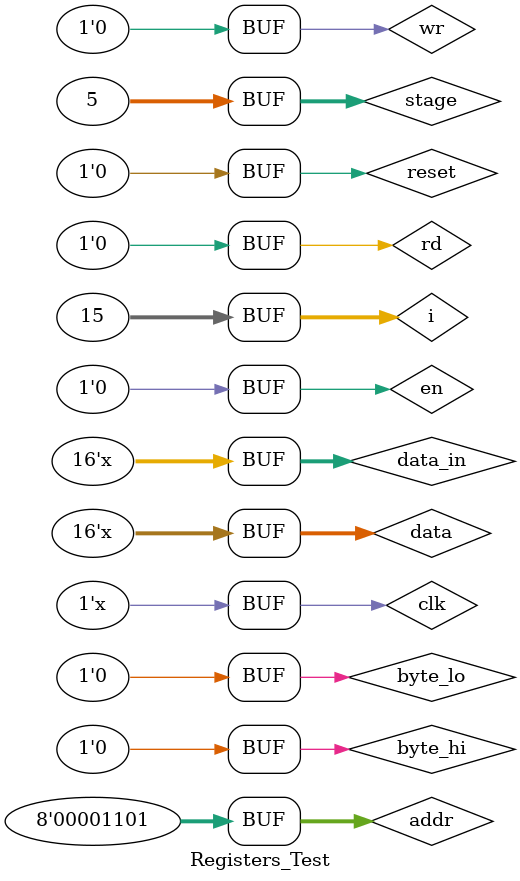
<source format=v>



module Registers_Test;

  parameter ADDR_WIDTH=8;
  parameter DATA_WIDTH=16;

  reg clk;          // System clock
  reg reset;        // System reset

  reg en;           // Access enable
  reg rd;           // Read enable
  reg wr;           // Write enable
  reg byte_lo;      // Low byte enable
  reg byte_hi;      // High byte enable

  reg [ADDR_WIDTH-1:0] addr;
  reg [DATA_WIDTH-1:0] data_in;
  wire [DATA_WIDTH-1:0] data;

  assign data = data_in;
  Registers #(.ADDR_WIDTH(ADDR_WIDTH), .DATA_WIDTH(DATA_WIDTH))
      registers(.reset(reset),
                .en(en),
                .rd(rd),
                .wr(wr),
                .be({byte_hi, byte_lo}),
                .addr(addr),
                .data(data));

  // Generate clock.
  always
    #1 clk = ~clk;

  integer i;
  integer stage = 0;

  initial begin
    clk = 0;

    reset = 0;
    byte_hi = 1;
    byte_lo = 1;
    en = 0;
    rd = 0;
    wr = 0;

    // Reset
    #5 reset = 1;
    #1 reset = 0;

    #5 stage = 1;
    #1 read_test();

    #1 addr = 'bx;

    // Test some writes
    #5 stage = 2;
    #1 write16(0, 'hdead);
    #1 write16(2, 'hbeef);
    #1 write16(4, 'hcafe);
    #1 write16(8, 'hface);
    #1 write16(16, 'hbead);
    #1 write16(18, 'hfade);
    #1 write16(24, 'hdeaf);
    #1 write16(26, 'hface);
    #1 write16(28, 'hface);
    #1 write16(30, 'hface);

    #1 addr = 'bx;

    // Test some reads
    #5 stage = 3;
    #1 read_test();

    #1 addr = 'bx;

    // Test some byte writes
    #5 stage = 4;
    for (i = 0; i < 15; i = i + 1)
    begin
      #1 write8(i * 2, 'h0000);
      #1 write8(i * 2 + 1, 'hffff);
    end

    // Test some reads
    #5 stage = 5;
    #1 read_test();

  end

  // Task to write a word.
  task write16;
    input [ADDR_WIDTH-1:0] addr_arg;
    input [DATA_WIDTH-1:0] data_arg;
    begin
          addr = addr_arg >> 1;
          data_in = data_arg;
      #1  en = 1; rd = 0; wr = 1; byte_lo = 1; byte_hi = 1;
      #1  en = 1; rd = 0; wr = 0;
      #1  en = 0; rd = 0; wr = 0; byte_lo = 0; byte_hi = 0;
    end
  endtask

  // Task to write a byte.
  task write8;
    input [ADDR_WIDTH-1:0] addr_arg;
    input [DATA_WIDTH/2-1:0] data_arg;
    begin
          addr = addr_arg >> 1;
          data_in = {data_arg, data_arg};
      #1  en = 1; rd = 0; wr = 1; byte_lo = ~addr_arg[0]; byte_hi = addr_arg[0];
      #1  en = 1; rd = 0; wr = 0;
      #1  en = 0; rd = 0; wr = 0; byte_lo = 0; byte_hi = 0;
    end
  endtask

  // Task to read a word.
  task read;
    input [ADDR_WIDTH-1:0] addr_arg;
    begin
          addr = addr_arg >> 1;
          data_in = 'bz;
      #1  en = 1; rd = 1; wr = 0;
      #3  en = 1; rd = 0; wr = 0;
      #1  en = 0; rd = 0; wr = 0;
    end
  endtask

  // Readback test for the register
  task read_test;
    begin
      // Test some reads
      #5 read(0);
      #1 read(2);
      #1 read(4);
      #1 read(8);
      #1 read(16);
      #1 read(17);
      #1 read(18);
      #1 read(19);
      #1 read(24);
      #1 read(25);
      #1 read(26);
      #1 read(27);
    end
  endtask

endmodule

</source>
